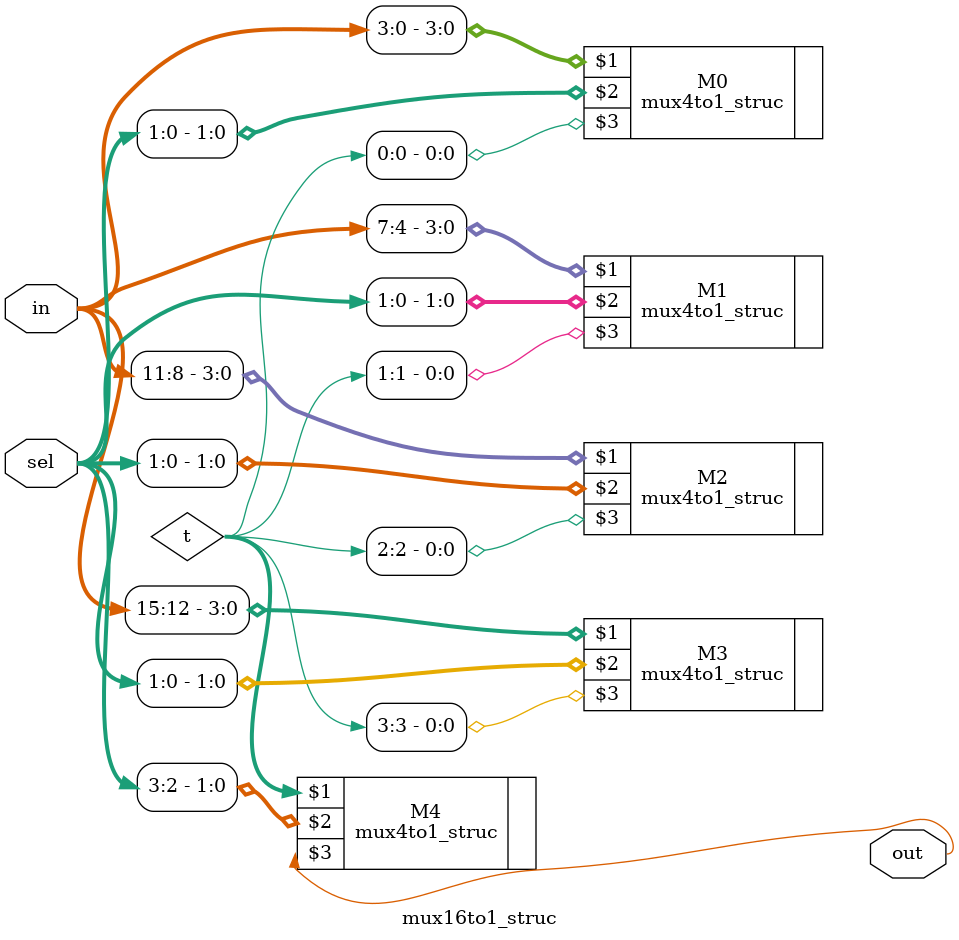
<source format=v>

module mux16to1_struc (in, out, sel);
input [15:0]in;
input [3:0]sel;
output out;

wire [3:0]t;

mux4to1_struc M0 (in[3:0],sel[1:0],t[0]);
mux4to1_struc M1 (in[7:4],sel[1:0],t[1]);
mux4to1_struc M2 (in[11:8],sel[1:0],t[2]);
mux4to1_struc M3 (in[15:12],sel[1:0],t[3]);
mux4to1_struc M4 (t,sel[3:2],out);

endmodule

</source>
